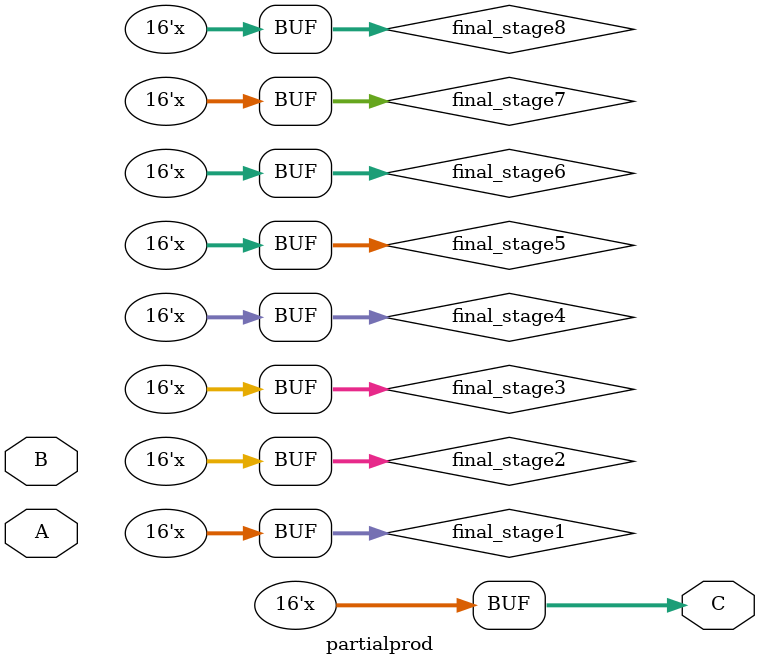
<source format=v>
`timescale 1ns / 1ps
module partialprod(A,B,C);
input[7:0] A,B;
output[15:0] C;
reg [15:0] C;
reg [15:0] stage1,stage2,stage3,stage4,stage5,stage6,stage7,stage8;
reg [15:0] final_stage1,final_stage2,final_stage3,final_stage4,final_stage5,final_stage6,final_stage7,final_stage8;
//for stage1
always @(*) 
begin
if(B[7]==1'b1)begin
stage1[15]<=1'b0;
stage1[14:7]<=A[7:0];
stage1[6:0]<=1'b0;
end
else if(B[7]==1'b0)begin
stage1[15:0]<=1'b0;
end
if(B[6]==1'b1)begin
stage2[15:14]<=1'b0;
stage2[13:6]<=A[7:0];
stage2[5:0]<=1'b0;
end
else if(B[6]==1'b0)begin
stage2[15:0]<=1'b0;
end
if(B[5]==1'b1)begin
stage3[15:13]<=1'b0;
stage3[12:5]<=A[7:0];
stage3[4:0]<=1'b0;
end
else if(B[5]==1'b0)begin
stage3[15:0]<=1'b0;
end
if(B[4]==1'b1)begin
stage4[15:12]<=1'b0;
stage4[11:4]<=A[7:0];
stage4[3:0]<=1'b0;
end
else if(B[4]==1'b0)begin
stage4[15:0]<=1'b0;
end
if(B[3]==1'b1)begin
stage5[15:11]<=1'b0;
stage5[10:3]<=A[7:0];
stage5[2:0]<=1'b0;
end
else if(B[3]==1'b0)begin
stage5[15:0]<=1'b0;
end
if(B[2]==1'b1)begin
stage6[15:10]<=1'b0;
stage6[9:2]<=A[7:0];
stage6[1:0]<=1'b0;
end
else if(B[2]==1'b0)begin
stage6[15:0]<=1'b0;
end
if(B[1]==1'b1)begin
stage7[15:9]<=1'b0;
stage7[8:1]<=A[7:0];
stage7[0]<=1'b0;
end
else if(B[1]==1'b0)begin
stage7[15:0]<=1'b0;
end
if(B[0]==1'b1)begin
stage8[15:8]<=1'b0;
stage8[7:0]<=A[7:0];
end
else if(B[0]==1'b0)begin
stage8[15:0]<=1'b0;
end
final_stage1[15:0]<=stage1[15:0];//1
final_stage2[15:0]<=final_stage1[15:0]+stage2[15:0];//2
final_stage3[15:0]<=final_stage2[15:0]+stage3[15:0];//3
final_stage4[15:0]<=final_stage3[15:0]+stage4[15:0];//4
final_stage5[15:0]<=final_stage4[15:0]+stage5[15:0];//5
final_stage6[15:0]<=final_stage5[15:0]+stage6[15:0];//6
final_stage7[15:0]<=final_stage6[15:0]+stage7[15:0];//7
final_stage8[15:0]<=final_stage7[15:0]+stage8[15:0];//8
//bluespecverilog
//systemcverilog
C[15:0]<=final_stage8[15:0];//correct answer
end
endmodule

</source>
